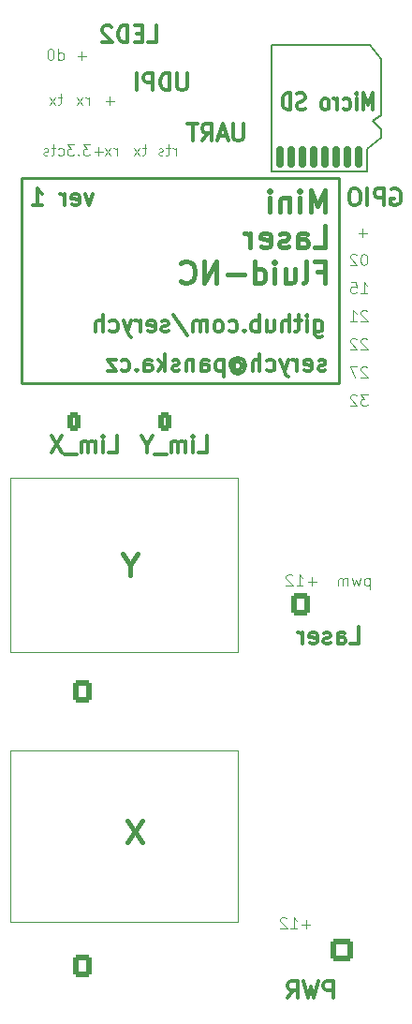
<source format=gbo>
G04 #@! TF.GenerationSoftware,KiCad,Pcbnew,9.0.5*
G04 #@! TF.CreationDate,2025-10-27T12:23:45+01:00*
G04 #@! TF.ProjectId,Laser_Electronics,4c617365-725f-4456-9c65-6374726f6e69,rev?*
G04 #@! TF.SameCoordinates,Original*
G04 #@! TF.FileFunction,Legend,Bot*
G04 #@! TF.FilePolarity,Positive*
%FSLAX46Y46*%
G04 Gerber Fmt 4.6, Leading zero omitted, Abs format (unit mm)*
G04 Created by KiCad (PCBNEW 9.0.5) date 2025-10-27 12:23:45*
%MOMM*%
%LPD*%
G01*
G04 APERTURE LIST*
G04 Aperture macros list*
%AMRoundRect*
0 Rectangle with rounded corners*
0 $1 Rounding radius*
0 $2 $3 $4 $5 $6 $7 $8 $9 X,Y pos of 4 corners*
0 Add a 4 corners polygon primitive as box body*
4,1,4,$2,$3,$4,$5,$6,$7,$8,$9,$2,$3,0*
0 Add four circle primitives for the rounded corners*
1,1,$1+$1,$2,$3*
1,1,$1+$1,$4,$5*
1,1,$1+$1,$6,$7*
1,1,$1+$1,$8,$9*
0 Add four rect primitives between the rounded corners*
20,1,$1+$1,$2,$3,$4,$5,0*
20,1,$1+$1,$4,$5,$6,$7,0*
20,1,$1+$1,$6,$7,$8,$9,0*
20,1,$1+$1,$8,$9,$2,$3,0*%
G04 Aperture macros list end*
%ADD10C,0.100000*%
%ADD11C,0.250000*%
%ADD12C,0.700000*%
%ADD13C,0.200000*%
%ADD14C,0.300000*%
%ADD15C,0.125000*%
%ADD16C,0.400000*%
%ADD17RoundRect,0.250000X-0.350000X-0.625000X0.350000X-0.625000X0.350000X0.625000X-0.350000X0.625000X0*%
%ADD18O,1.200000X1.750000*%
%ADD19R,1.700000X1.700000*%
%ADD20C,1.700000*%
%ADD21C,0.900000*%
%ADD22RoundRect,0.250000X-0.600000X-0.725000X0.600000X-0.725000X0.600000X0.725000X-0.600000X0.725000X0*%
%ADD23O,1.700000X1.950000*%
%ADD24C,5.600000*%
%ADD25R,1.600000X1.600000*%
%ADD26O,1.600000X1.600000*%
%ADD27RoundRect,0.250001X0.799999X0.799999X-0.799999X0.799999X-0.799999X-0.799999X0.799999X-0.799999X0*%
%ADD28C,2.100000*%
G04 APERTURE END LIST*
D10*
X112268000Y-122428000D02*
X132842000Y-122428000D01*
X132842000Y-137922000D01*
X112268000Y-137922000D01*
X112268000Y-122428000D01*
D11*
X113284000Y-70739000D02*
X141986000Y-70739000D01*
X141986000Y-89281000D01*
X113284000Y-89281000D01*
X113284000Y-70739000D01*
D12*
X142748000Y-68199000D02*
X142748000Y-69469000D01*
X140716000Y-68199000D02*
X140716000Y-69469000D01*
X136652000Y-68199000D02*
X136652000Y-69469000D01*
D13*
X135890000Y-70104000D02*
X135890000Y-58674000D01*
X144526000Y-70104000D02*
X135890000Y-70104000D01*
X145796000Y-67056000D02*
X144526000Y-68072000D01*
D12*
X137668000Y-68199000D02*
X137668000Y-69469000D01*
X138684000Y-68199000D02*
X138684000Y-69469000D01*
X141732000Y-68199000D02*
X141732000Y-69469000D01*
D13*
X144526000Y-68072000D02*
X144526000Y-70104000D01*
D12*
X139700000Y-68199000D02*
X139700000Y-69469000D01*
D10*
X112268000Y-97790000D02*
X132842000Y-97790000D01*
X132842000Y-113538000D01*
X112268000Y-113538000D01*
X112268000Y-97790000D01*
D13*
X145796000Y-66294000D02*
X145796000Y-67056000D01*
X145796000Y-65024000D02*
X145034000Y-65532000D01*
X135890000Y-58674000D02*
X144780000Y-58674000D01*
D12*
X143764000Y-68199000D02*
X143764000Y-69469000D01*
D13*
X145034000Y-65532000D02*
X145796000Y-66294000D01*
X144780000Y-58674000D02*
X145796000Y-59944000D01*
X145796000Y-59944000D02*
X145796000Y-65024000D01*
D14*
X121159203Y-95558828D02*
X121873489Y-95558828D01*
X121873489Y-95558828D02*
X121873489Y-94058828D01*
X120659203Y-95558828D02*
X120659203Y-94558828D01*
X120659203Y-94058828D02*
X120730631Y-94130257D01*
X120730631Y-94130257D02*
X120659203Y-94201685D01*
X120659203Y-94201685D02*
X120587774Y-94130257D01*
X120587774Y-94130257D02*
X120659203Y-94058828D01*
X120659203Y-94058828D02*
X120659203Y-94201685D01*
X119944917Y-95558828D02*
X119944917Y-94558828D01*
X119944917Y-94701685D02*
X119873488Y-94630257D01*
X119873488Y-94630257D02*
X119730631Y-94558828D01*
X119730631Y-94558828D02*
X119516345Y-94558828D01*
X119516345Y-94558828D02*
X119373488Y-94630257D01*
X119373488Y-94630257D02*
X119302060Y-94773114D01*
X119302060Y-94773114D02*
X119302060Y-95558828D01*
X119302060Y-94773114D02*
X119230631Y-94630257D01*
X119230631Y-94630257D02*
X119087774Y-94558828D01*
X119087774Y-94558828D02*
X118873488Y-94558828D01*
X118873488Y-94558828D02*
X118730631Y-94630257D01*
X118730631Y-94630257D02*
X118659202Y-94773114D01*
X118659202Y-94773114D02*
X118659202Y-95558828D01*
X118302060Y-95701685D02*
X117159202Y-95701685D01*
X116944917Y-94058828D02*
X115944917Y-95558828D01*
X115944917Y-94058828D02*
X116944917Y-95558828D01*
D10*
X116615544Y-68658800D02*
X116710782Y-68706419D01*
X116710782Y-68706419D02*
X116901258Y-68706419D01*
X116901258Y-68706419D02*
X116996496Y-68658800D01*
X116996496Y-68658800D02*
X117044115Y-68611180D01*
X117044115Y-68611180D02*
X117091734Y-68515942D01*
X117091734Y-68515942D02*
X117091734Y-68230228D01*
X117091734Y-68230228D02*
X117044115Y-68134990D01*
X117044115Y-68134990D02*
X116996496Y-68087371D01*
X116996496Y-68087371D02*
X116901258Y-68039752D01*
X116901258Y-68039752D02*
X116710782Y-68039752D01*
X116710782Y-68039752D02*
X116615544Y-68087371D01*
X116329829Y-68039752D02*
X115948877Y-68039752D01*
X116186972Y-67706419D02*
X116186972Y-68563561D01*
X116186972Y-68563561D02*
X116139353Y-68658800D01*
X116139353Y-68658800D02*
X116044115Y-68706419D01*
X116044115Y-68706419D02*
X115948877Y-68706419D01*
X115663162Y-68658800D02*
X115567924Y-68706419D01*
X115567924Y-68706419D02*
X115377448Y-68706419D01*
X115377448Y-68706419D02*
X115282210Y-68658800D01*
X115282210Y-68658800D02*
X115234591Y-68563561D01*
X115234591Y-68563561D02*
X115234591Y-68515942D01*
X115234591Y-68515942D02*
X115282210Y-68420704D01*
X115282210Y-68420704D02*
X115377448Y-68373085D01*
X115377448Y-68373085D02*
X115520305Y-68373085D01*
X115520305Y-68373085D02*
X115615543Y-68325466D01*
X115615543Y-68325466D02*
X115663162Y-68230228D01*
X115663162Y-68230228D02*
X115663162Y-68182609D01*
X115663162Y-68182609D02*
X115615543Y-68087371D01*
X115615543Y-68087371D02*
X115520305Y-68039752D01*
X115520305Y-68039752D02*
X115377448Y-68039752D01*
X115377448Y-68039752D02*
X115282210Y-68087371D01*
D15*
X139379668Y-138174166D02*
X138617764Y-138174166D01*
X138998716Y-138555119D02*
X138998716Y-137793214D01*
X137617764Y-138555119D02*
X138189192Y-138555119D01*
X137903478Y-138555119D02*
X137903478Y-137555119D01*
X137903478Y-137555119D02*
X137998716Y-137697976D01*
X137998716Y-137697976D02*
X138093954Y-137793214D01*
X138093954Y-137793214D02*
X138189192Y-137840833D01*
X137236811Y-137650357D02*
X137189192Y-137602738D01*
X137189192Y-137602738D02*
X137093954Y-137555119D01*
X137093954Y-137555119D02*
X136855859Y-137555119D01*
X136855859Y-137555119D02*
X136760621Y-137602738D01*
X136760621Y-137602738D02*
X136713002Y-137650357D01*
X136713002Y-137650357D02*
X136665383Y-137745595D01*
X136665383Y-137745595D02*
X136665383Y-137840833D01*
X136665383Y-137840833D02*
X136713002Y-137983690D01*
X136713002Y-137983690D02*
X137284430Y-138555119D01*
X137284430Y-138555119D02*
X136665383Y-138555119D01*
D16*
X140738652Y-73812662D02*
X140738652Y-71812662D01*
X140738652Y-71812662D02*
X140071985Y-73241233D01*
X140071985Y-73241233D02*
X139405319Y-71812662D01*
X139405319Y-71812662D02*
X139405319Y-73812662D01*
X138452938Y-73812662D02*
X138452938Y-72479328D01*
X138452938Y-71812662D02*
X138548176Y-71907900D01*
X138548176Y-71907900D02*
X138452938Y-72003138D01*
X138452938Y-72003138D02*
X138357700Y-71907900D01*
X138357700Y-71907900D02*
X138452938Y-71812662D01*
X138452938Y-71812662D02*
X138452938Y-72003138D01*
X137500557Y-72479328D02*
X137500557Y-73812662D01*
X137500557Y-72669804D02*
X137405319Y-72574566D01*
X137405319Y-72574566D02*
X137214843Y-72479328D01*
X137214843Y-72479328D02*
X136929128Y-72479328D01*
X136929128Y-72479328D02*
X136738652Y-72574566D01*
X136738652Y-72574566D02*
X136643414Y-72765043D01*
X136643414Y-72765043D02*
X136643414Y-73812662D01*
X135691033Y-73812662D02*
X135691033Y-72479328D01*
X135691033Y-71812662D02*
X135786271Y-71907900D01*
X135786271Y-71907900D02*
X135691033Y-72003138D01*
X135691033Y-72003138D02*
X135595795Y-71907900D01*
X135595795Y-71907900D02*
X135691033Y-71812662D01*
X135691033Y-71812662D02*
X135691033Y-72003138D01*
X139786271Y-77032550D02*
X140738652Y-77032550D01*
X140738652Y-77032550D02*
X140738652Y-75032550D01*
X138262461Y-77032550D02*
X138262461Y-75984931D01*
X138262461Y-75984931D02*
X138357699Y-75794454D01*
X138357699Y-75794454D02*
X138548175Y-75699216D01*
X138548175Y-75699216D02*
X138929128Y-75699216D01*
X138929128Y-75699216D02*
X139119604Y-75794454D01*
X138262461Y-76937312D02*
X138452937Y-77032550D01*
X138452937Y-77032550D02*
X138929128Y-77032550D01*
X138929128Y-77032550D02*
X139119604Y-76937312D01*
X139119604Y-76937312D02*
X139214842Y-76746835D01*
X139214842Y-76746835D02*
X139214842Y-76556359D01*
X139214842Y-76556359D02*
X139119604Y-76365883D01*
X139119604Y-76365883D02*
X138929128Y-76270645D01*
X138929128Y-76270645D02*
X138452937Y-76270645D01*
X138452937Y-76270645D02*
X138262461Y-76175407D01*
X137405318Y-76937312D02*
X137214842Y-77032550D01*
X137214842Y-77032550D02*
X136833890Y-77032550D01*
X136833890Y-77032550D02*
X136643413Y-76937312D01*
X136643413Y-76937312D02*
X136548175Y-76746835D01*
X136548175Y-76746835D02*
X136548175Y-76651597D01*
X136548175Y-76651597D02*
X136643413Y-76461121D01*
X136643413Y-76461121D02*
X136833890Y-76365883D01*
X136833890Y-76365883D02*
X137119604Y-76365883D01*
X137119604Y-76365883D02*
X137310080Y-76270645D01*
X137310080Y-76270645D02*
X137405318Y-76080169D01*
X137405318Y-76080169D02*
X137405318Y-75984931D01*
X137405318Y-75984931D02*
X137310080Y-75794454D01*
X137310080Y-75794454D02*
X137119604Y-75699216D01*
X137119604Y-75699216D02*
X136833890Y-75699216D01*
X136833890Y-75699216D02*
X136643413Y-75794454D01*
X134929127Y-76937312D02*
X135119603Y-77032550D01*
X135119603Y-77032550D02*
X135500556Y-77032550D01*
X135500556Y-77032550D02*
X135691032Y-76937312D01*
X135691032Y-76937312D02*
X135786270Y-76746835D01*
X135786270Y-76746835D02*
X135786270Y-75984931D01*
X135786270Y-75984931D02*
X135691032Y-75794454D01*
X135691032Y-75794454D02*
X135500556Y-75699216D01*
X135500556Y-75699216D02*
X135119603Y-75699216D01*
X135119603Y-75699216D02*
X134929127Y-75794454D01*
X134929127Y-75794454D02*
X134833889Y-75984931D01*
X134833889Y-75984931D02*
X134833889Y-76175407D01*
X134833889Y-76175407D02*
X135786270Y-76365883D01*
X133976746Y-77032550D02*
X133976746Y-75699216D01*
X133976746Y-76080169D02*
X133881508Y-75889692D01*
X133881508Y-75889692D02*
X133786270Y-75794454D01*
X133786270Y-75794454D02*
X133595794Y-75699216D01*
X133595794Y-75699216D02*
X133405317Y-75699216D01*
X140071985Y-79204819D02*
X140738652Y-79204819D01*
X140738652Y-80252438D02*
X140738652Y-78252438D01*
X140738652Y-78252438D02*
X139786271Y-78252438D01*
X138738652Y-80252438D02*
X138929128Y-80157200D01*
X138929128Y-80157200D02*
X139024366Y-79966723D01*
X139024366Y-79966723D02*
X139024366Y-78252438D01*
X137119604Y-78919104D02*
X137119604Y-80252438D01*
X137976747Y-78919104D02*
X137976747Y-79966723D01*
X137976747Y-79966723D02*
X137881509Y-80157200D01*
X137881509Y-80157200D02*
X137691033Y-80252438D01*
X137691033Y-80252438D02*
X137405318Y-80252438D01*
X137405318Y-80252438D02*
X137214842Y-80157200D01*
X137214842Y-80157200D02*
X137119604Y-80061961D01*
X136167223Y-80252438D02*
X136167223Y-78919104D01*
X136167223Y-78252438D02*
X136262461Y-78347676D01*
X136262461Y-78347676D02*
X136167223Y-78442914D01*
X136167223Y-78442914D02*
X136071985Y-78347676D01*
X136071985Y-78347676D02*
X136167223Y-78252438D01*
X136167223Y-78252438D02*
X136167223Y-78442914D01*
X134357699Y-80252438D02*
X134357699Y-78252438D01*
X134357699Y-80157200D02*
X134548175Y-80252438D01*
X134548175Y-80252438D02*
X134929128Y-80252438D01*
X134929128Y-80252438D02*
X135119604Y-80157200D01*
X135119604Y-80157200D02*
X135214842Y-80061961D01*
X135214842Y-80061961D02*
X135310080Y-79871485D01*
X135310080Y-79871485D02*
X135310080Y-79300057D01*
X135310080Y-79300057D02*
X135214842Y-79109580D01*
X135214842Y-79109580D02*
X135119604Y-79014342D01*
X135119604Y-79014342D02*
X134929128Y-78919104D01*
X134929128Y-78919104D02*
X134548175Y-78919104D01*
X134548175Y-78919104D02*
X134357699Y-79014342D01*
X133405318Y-79490533D02*
X131881509Y-79490533D01*
X130929128Y-80252438D02*
X130929128Y-78252438D01*
X130929128Y-78252438D02*
X129786271Y-80252438D01*
X129786271Y-80252438D02*
X129786271Y-78252438D01*
X127691033Y-80061961D02*
X127786271Y-80157200D01*
X127786271Y-80157200D02*
X128071985Y-80252438D01*
X128071985Y-80252438D02*
X128262461Y-80252438D01*
X128262461Y-80252438D02*
X128548176Y-80157200D01*
X128548176Y-80157200D02*
X128738652Y-79966723D01*
X128738652Y-79966723D02*
X128833890Y-79776247D01*
X128833890Y-79776247D02*
X128929128Y-79395295D01*
X128929128Y-79395295D02*
X128929128Y-79109580D01*
X128929128Y-79109580D02*
X128833890Y-78728628D01*
X128833890Y-78728628D02*
X128738652Y-78538152D01*
X128738652Y-78538152D02*
X128548176Y-78347676D01*
X128548176Y-78347676D02*
X128262461Y-78252438D01*
X128262461Y-78252438D02*
X128071985Y-78252438D01*
X128071985Y-78252438D02*
X127786271Y-78347676D01*
X127786271Y-78347676D02*
X127691033Y-78442914D01*
D10*
X144523734Y-85327657D02*
X144476115Y-85280038D01*
X144476115Y-85280038D02*
X144380877Y-85232419D01*
X144380877Y-85232419D02*
X144142782Y-85232419D01*
X144142782Y-85232419D02*
X144047544Y-85280038D01*
X144047544Y-85280038D02*
X143999925Y-85327657D01*
X143999925Y-85327657D02*
X143952306Y-85422895D01*
X143952306Y-85422895D02*
X143952306Y-85518133D01*
X143952306Y-85518133D02*
X143999925Y-85660990D01*
X143999925Y-85660990D02*
X144571353Y-86232419D01*
X144571353Y-86232419D02*
X143952306Y-86232419D01*
X143571353Y-85327657D02*
X143523734Y-85280038D01*
X143523734Y-85280038D02*
X143428496Y-85232419D01*
X143428496Y-85232419D02*
X143190401Y-85232419D01*
X143190401Y-85232419D02*
X143095163Y-85280038D01*
X143095163Y-85280038D02*
X143047544Y-85327657D01*
X143047544Y-85327657D02*
X142999925Y-85422895D01*
X142999925Y-85422895D02*
X142999925Y-85518133D01*
X142999925Y-85518133D02*
X143047544Y-85660990D01*
X143047544Y-85660990D02*
X143618972Y-86232419D01*
X143618972Y-86232419D02*
X142999925Y-86232419D01*
X144285639Y-77612419D02*
X144190401Y-77612419D01*
X144190401Y-77612419D02*
X144095163Y-77660038D01*
X144095163Y-77660038D02*
X144047544Y-77707657D01*
X144047544Y-77707657D02*
X143999925Y-77802895D01*
X143999925Y-77802895D02*
X143952306Y-77993371D01*
X143952306Y-77993371D02*
X143952306Y-78231466D01*
X143952306Y-78231466D02*
X143999925Y-78421942D01*
X143999925Y-78421942D02*
X144047544Y-78517180D01*
X144047544Y-78517180D02*
X144095163Y-78564800D01*
X144095163Y-78564800D02*
X144190401Y-78612419D01*
X144190401Y-78612419D02*
X144285639Y-78612419D01*
X144285639Y-78612419D02*
X144380877Y-78564800D01*
X144380877Y-78564800D02*
X144428496Y-78517180D01*
X144428496Y-78517180D02*
X144476115Y-78421942D01*
X144476115Y-78421942D02*
X144523734Y-78231466D01*
X144523734Y-78231466D02*
X144523734Y-77993371D01*
X144523734Y-77993371D02*
X144476115Y-77802895D01*
X144476115Y-77802895D02*
X144428496Y-77707657D01*
X144428496Y-77707657D02*
X144380877Y-77660038D01*
X144380877Y-77660038D02*
X144285639Y-77612419D01*
X143571353Y-77707657D02*
X143523734Y-77660038D01*
X143523734Y-77660038D02*
X143428496Y-77612419D01*
X143428496Y-77612419D02*
X143190401Y-77612419D01*
X143190401Y-77612419D02*
X143095163Y-77660038D01*
X143095163Y-77660038D02*
X143047544Y-77707657D01*
X143047544Y-77707657D02*
X142999925Y-77802895D01*
X142999925Y-77802895D02*
X142999925Y-77898133D01*
X142999925Y-77898133D02*
X143047544Y-78040990D01*
X143047544Y-78040990D02*
X143618972Y-78612419D01*
X143618972Y-78612419D02*
X142999925Y-78612419D01*
D14*
X143003203Y-112830828D02*
X143717489Y-112830828D01*
X143717489Y-112830828D02*
X143717489Y-111330828D01*
X141860346Y-112830828D02*
X141860346Y-112045114D01*
X141860346Y-112045114D02*
X141931774Y-111902257D01*
X141931774Y-111902257D02*
X142074631Y-111830828D01*
X142074631Y-111830828D02*
X142360346Y-111830828D01*
X142360346Y-111830828D02*
X142503203Y-111902257D01*
X141860346Y-112759400D02*
X142003203Y-112830828D01*
X142003203Y-112830828D02*
X142360346Y-112830828D01*
X142360346Y-112830828D02*
X142503203Y-112759400D01*
X142503203Y-112759400D02*
X142574631Y-112616542D01*
X142574631Y-112616542D02*
X142574631Y-112473685D01*
X142574631Y-112473685D02*
X142503203Y-112330828D01*
X142503203Y-112330828D02*
X142360346Y-112259400D01*
X142360346Y-112259400D02*
X142003203Y-112259400D01*
X142003203Y-112259400D02*
X141860346Y-112187971D01*
X141217488Y-112759400D02*
X141074631Y-112830828D01*
X141074631Y-112830828D02*
X140788917Y-112830828D01*
X140788917Y-112830828D02*
X140646060Y-112759400D01*
X140646060Y-112759400D02*
X140574631Y-112616542D01*
X140574631Y-112616542D02*
X140574631Y-112545114D01*
X140574631Y-112545114D02*
X140646060Y-112402257D01*
X140646060Y-112402257D02*
X140788917Y-112330828D01*
X140788917Y-112330828D02*
X141003203Y-112330828D01*
X141003203Y-112330828D02*
X141146060Y-112259400D01*
X141146060Y-112259400D02*
X141217488Y-112116542D01*
X141217488Y-112116542D02*
X141217488Y-112045114D01*
X141217488Y-112045114D02*
X141146060Y-111902257D01*
X141146060Y-111902257D02*
X141003203Y-111830828D01*
X141003203Y-111830828D02*
X140788917Y-111830828D01*
X140788917Y-111830828D02*
X140646060Y-111902257D01*
X139360345Y-112759400D02*
X139503202Y-112830828D01*
X139503202Y-112830828D02*
X139788917Y-112830828D01*
X139788917Y-112830828D02*
X139931774Y-112759400D01*
X139931774Y-112759400D02*
X140003202Y-112616542D01*
X140003202Y-112616542D02*
X140003202Y-112045114D01*
X140003202Y-112045114D02*
X139931774Y-111902257D01*
X139931774Y-111902257D02*
X139788917Y-111830828D01*
X139788917Y-111830828D02*
X139503202Y-111830828D01*
X139503202Y-111830828D02*
X139360345Y-111902257D01*
X139360345Y-111902257D02*
X139288917Y-112045114D01*
X139288917Y-112045114D02*
X139288917Y-112187971D01*
X139288917Y-112187971D02*
X140003202Y-112330828D01*
X138646060Y-112830828D02*
X138646060Y-111830828D01*
X138646060Y-112116542D02*
X138574631Y-111973685D01*
X138574631Y-111973685D02*
X138503203Y-111902257D01*
X138503203Y-111902257D02*
X138360345Y-111830828D01*
X138360345Y-111830828D02*
X138217488Y-111830828D01*
D10*
X144476115Y-75691466D02*
X143714211Y-75691466D01*
X144095163Y-76072419D02*
X144095163Y-75310514D01*
D14*
X124715203Y-58474828D02*
X125429489Y-58474828D01*
X125429489Y-58474828D02*
X125429489Y-56974828D01*
X124215203Y-57689114D02*
X123715203Y-57689114D01*
X123500917Y-58474828D02*
X124215203Y-58474828D01*
X124215203Y-58474828D02*
X124215203Y-56974828D01*
X124215203Y-56974828D02*
X123500917Y-56974828D01*
X122858060Y-58474828D02*
X122858060Y-56974828D01*
X122858060Y-56974828D02*
X122500917Y-56974828D01*
X122500917Y-56974828D02*
X122286631Y-57046257D01*
X122286631Y-57046257D02*
X122143774Y-57189114D01*
X122143774Y-57189114D02*
X122072345Y-57331971D01*
X122072345Y-57331971D02*
X122000917Y-57617685D01*
X122000917Y-57617685D02*
X122000917Y-57831971D01*
X122000917Y-57831971D02*
X122072345Y-58117685D01*
X122072345Y-58117685D02*
X122143774Y-58260542D01*
X122143774Y-58260542D02*
X122286631Y-58403400D01*
X122286631Y-58403400D02*
X122500917Y-58474828D01*
X122500917Y-58474828D02*
X122858060Y-58474828D01*
X121429488Y-57117685D02*
X121358060Y-57046257D01*
X121358060Y-57046257D02*
X121215203Y-56974828D01*
X121215203Y-56974828D02*
X120858060Y-56974828D01*
X120858060Y-56974828D02*
X120715203Y-57046257D01*
X120715203Y-57046257D02*
X120643774Y-57117685D01*
X120643774Y-57117685D02*
X120572345Y-57260542D01*
X120572345Y-57260542D02*
X120572345Y-57403400D01*
X120572345Y-57403400D02*
X120643774Y-57617685D01*
X120643774Y-57617685D02*
X121500917Y-58474828D01*
X121500917Y-58474828D02*
X120572345Y-58474828D01*
D10*
X144523734Y-87867657D02*
X144476115Y-87820038D01*
X144476115Y-87820038D02*
X144380877Y-87772419D01*
X144380877Y-87772419D02*
X144142782Y-87772419D01*
X144142782Y-87772419D02*
X144047544Y-87820038D01*
X144047544Y-87820038D02*
X143999925Y-87867657D01*
X143999925Y-87867657D02*
X143952306Y-87962895D01*
X143952306Y-87962895D02*
X143952306Y-88058133D01*
X143952306Y-88058133D02*
X143999925Y-88200990D01*
X143999925Y-88200990D02*
X144571353Y-88772419D01*
X144571353Y-88772419D02*
X143952306Y-88772419D01*
X143618972Y-87772419D02*
X142952306Y-87772419D01*
X142952306Y-87772419D02*
X143380877Y-88772419D01*
X116932972Y-63467752D02*
X116552020Y-63467752D01*
X116790115Y-63134419D02*
X116790115Y-63991561D01*
X116790115Y-63991561D02*
X116742496Y-64086800D01*
X116742496Y-64086800D02*
X116647258Y-64134419D01*
X116647258Y-64134419D02*
X116552020Y-64134419D01*
X116313924Y-64134419D02*
X115790115Y-63467752D01*
X116313924Y-63467752D02*
X115790115Y-64134419D01*
X144523734Y-82787657D02*
X144476115Y-82740038D01*
X144476115Y-82740038D02*
X144380877Y-82692419D01*
X144380877Y-82692419D02*
X144142782Y-82692419D01*
X144142782Y-82692419D02*
X144047544Y-82740038D01*
X144047544Y-82740038D02*
X143999925Y-82787657D01*
X143999925Y-82787657D02*
X143952306Y-82882895D01*
X143952306Y-82882895D02*
X143952306Y-82978133D01*
X143952306Y-82978133D02*
X143999925Y-83120990D01*
X143999925Y-83120990D02*
X144571353Y-83692419D01*
X144571353Y-83692419D02*
X143952306Y-83692419D01*
X142999925Y-83692419D02*
X143571353Y-83692419D01*
X143285639Y-83692419D02*
X143285639Y-82692419D01*
X143285639Y-82692419D02*
X143380877Y-82835276D01*
X143380877Y-82835276D02*
X143476115Y-82930514D01*
X143476115Y-82930514D02*
X143571353Y-82978133D01*
D16*
X124165128Y-128798438D02*
X122831795Y-130798438D01*
X122831795Y-128798438D02*
X124165128Y-130798438D01*
D10*
X144730115Y-106901752D02*
X144730115Y-107901752D01*
X144730115Y-106949371D02*
X144634877Y-106901752D01*
X144634877Y-106901752D02*
X144444401Y-106901752D01*
X144444401Y-106901752D02*
X144349163Y-106949371D01*
X144349163Y-106949371D02*
X144301544Y-106996990D01*
X144301544Y-106996990D02*
X144253925Y-107092228D01*
X144253925Y-107092228D02*
X144253925Y-107377942D01*
X144253925Y-107377942D02*
X144301544Y-107473180D01*
X144301544Y-107473180D02*
X144349163Y-107520800D01*
X144349163Y-107520800D02*
X144444401Y-107568419D01*
X144444401Y-107568419D02*
X144634877Y-107568419D01*
X144634877Y-107568419D02*
X144730115Y-107520800D01*
X143920591Y-106901752D02*
X143730115Y-107568419D01*
X143730115Y-107568419D02*
X143539639Y-107092228D01*
X143539639Y-107092228D02*
X143349163Y-107568419D01*
X143349163Y-107568419D02*
X143158687Y-106901752D01*
X142777734Y-107568419D02*
X142777734Y-106901752D01*
X142777734Y-106996990D02*
X142730115Y-106949371D01*
X142730115Y-106949371D02*
X142634877Y-106901752D01*
X142634877Y-106901752D02*
X142492020Y-106901752D01*
X142492020Y-106901752D02*
X142396782Y-106949371D01*
X142396782Y-106949371D02*
X142349163Y-107044609D01*
X142349163Y-107044609D02*
X142349163Y-107568419D01*
X142349163Y-107044609D02*
X142301544Y-106949371D01*
X142301544Y-106949371D02*
X142206306Y-106901752D01*
X142206306Y-106901752D02*
X142063449Y-106901752D01*
X142063449Y-106901752D02*
X141968210Y-106949371D01*
X141968210Y-106949371D02*
X141920591Y-107044609D01*
X141920591Y-107044609D02*
X141920591Y-107568419D01*
D14*
X128223489Y-61292828D02*
X128223489Y-62507114D01*
X128223489Y-62507114D02*
X128152060Y-62649971D01*
X128152060Y-62649971D02*
X128080632Y-62721400D01*
X128080632Y-62721400D02*
X127937774Y-62792828D01*
X127937774Y-62792828D02*
X127652060Y-62792828D01*
X127652060Y-62792828D02*
X127509203Y-62721400D01*
X127509203Y-62721400D02*
X127437774Y-62649971D01*
X127437774Y-62649971D02*
X127366346Y-62507114D01*
X127366346Y-62507114D02*
X127366346Y-61292828D01*
X126652060Y-62792828D02*
X126652060Y-61292828D01*
X126652060Y-61292828D02*
X126294917Y-61292828D01*
X126294917Y-61292828D02*
X126080631Y-61364257D01*
X126080631Y-61364257D02*
X125937774Y-61507114D01*
X125937774Y-61507114D02*
X125866345Y-61649971D01*
X125866345Y-61649971D02*
X125794917Y-61935685D01*
X125794917Y-61935685D02*
X125794917Y-62149971D01*
X125794917Y-62149971D02*
X125866345Y-62435685D01*
X125866345Y-62435685D02*
X125937774Y-62578542D01*
X125937774Y-62578542D02*
X126080631Y-62721400D01*
X126080631Y-62721400D02*
X126294917Y-62792828D01*
X126294917Y-62792828D02*
X126652060Y-62792828D01*
X125152060Y-62792828D02*
X125152060Y-61292828D01*
X125152060Y-61292828D02*
X124580631Y-61292828D01*
X124580631Y-61292828D02*
X124437774Y-61364257D01*
X124437774Y-61364257D02*
X124366345Y-61435685D01*
X124366345Y-61435685D02*
X124294917Y-61578542D01*
X124294917Y-61578542D02*
X124294917Y-61792828D01*
X124294917Y-61792828D02*
X124366345Y-61935685D01*
X124366345Y-61935685D02*
X124437774Y-62007114D01*
X124437774Y-62007114D02*
X124580631Y-62078542D01*
X124580631Y-62078542D02*
X125152060Y-62078542D01*
X123652060Y-62792828D02*
X123652060Y-61292828D01*
D16*
X123085700Y-105716057D02*
X123085700Y-106668438D01*
X123752366Y-104668438D02*
X123085700Y-105716057D01*
X123085700Y-105716057D02*
X122419033Y-104668438D01*
D10*
X119330115Y-64134419D02*
X119330115Y-63467752D01*
X119330115Y-63658228D02*
X119282496Y-63562990D01*
X119282496Y-63562990D02*
X119234877Y-63515371D01*
X119234877Y-63515371D02*
X119139639Y-63467752D01*
X119139639Y-63467752D02*
X119044401Y-63467752D01*
X118806305Y-64134419D02*
X118282496Y-63467752D01*
X118806305Y-63467752D02*
X118282496Y-64134419D01*
D14*
X145035108Y-64570828D02*
X145035108Y-63070828D01*
X145035108Y-63070828D02*
X144601774Y-64142257D01*
X144601774Y-64142257D02*
X144168441Y-63070828D01*
X144168441Y-63070828D02*
X144168441Y-64570828D01*
X143549394Y-64570828D02*
X143549394Y-63570828D01*
X143549394Y-63070828D02*
X143611298Y-63142257D01*
X143611298Y-63142257D02*
X143549394Y-63213685D01*
X143549394Y-63213685D02*
X143487489Y-63142257D01*
X143487489Y-63142257D02*
X143549394Y-63070828D01*
X143549394Y-63070828D02*
X143549394Y-63213685D01*
X142373203Y-64499400D02*
X142497012Y-64570828D01*
X142497012Y-64570828D02*
X142744631Y-64570828D01*
X142744631Y-64570828D02*
X142868441Y-64499400D01*
X142868441Y-64499400D02*
X142930346Y-64427971D01*
X142930346Y-64427971D02*
X142992250Y-64285114D01*
X142992250Y-64285114D02*
X142992250Y-63856542D01*
X142992250Y-63856542D02*
X142930346Y-63713685D01*
X142930346Y-63713685D02*
X142868441Y-63642257D01*
X142868441Y-63642257D02*
X142744631Y-63570828D01*
X142744631Y-63570828D02*
X142497012Y-63570828D01*
X142497012Y-63570828D02*
X142373203Y-63642257D01*
X141816060Y-64570828D02*
X141816060Y-63570828D01*
X141816060Y-63856542D02*
X141754155Y-63713685D01*
X141754155Y-63713685D02*
X141692250Y-63642257D01*
X141692250Y-63642257D02*
X141568441Y-63570828D01*
X141568441Y-63570828D02*
X141444631Y-63570828D01*
X140825583Y-64570828D02*
X140949393Y-64499400D01*
X140949393Y-64499400D02*
X141011298Y-64427971D01*
X141011298Y-64427971D02*
X141073202Y-64285114D01*
X141073202Y-64285114D02*
X141073202Y-63856542D01*
X141073202Y-63856542D02*
X141011298Y-63713685D01*
X141011298Y-63713685D02*
X140949393Y-63642257D01*
X140949393Y-63642257D02*
X140825583Y-63570828D01*
X140825583Y-63570828D02*
X140639869Y-63570828D01*
X140639869Y-63570828D02*
X140516060Y-63642257D01*
X140516060Y-63642257D02*
X140454155Y-63713685D01*
X140454155Y-63713685D02*
X140392250Y-63856542D01*
X140392250Y-63856542D02*
X140392250Y-64285114D01*
X140392250Y-64285114D02*
X140454155Y-64427971D01*
X140454155Y-64427971D02*
X140516060Y-64499400D01*
X140516060Y-64499400D02*
X140639869Y-64570828D01*
X140639869Y-64570828D02*
X140825583Y-64570828D01*
X138906536Y-64499400D02*
X138720822Y-64570828D01*
X138720822Y-64570828D02*
X138411298Y-64570828D01*
X138411298Y-64570828D02*
X138287489Y-64499400D01*
X138287489Y-64499400D02*
X138225584Y-64427971D01*
X138225584Y-64427971D02*
X138163679Y-64285114D01*
X138163679Y-64285114D02*
X138163679Y-64142257D01*
X138163679Y-64142257D02*
X138225584Y-63999400D01*
X138225584Y-63999400D02*
X138287489Y-63927971D01*
X138287489Y-63927971D02*
X138411298Y-63856542D01*
X138411298Y-63856542D02*
X138658917Y-63785114D01*
X138658917Y-63785114D02*
X138782727Y-63713685D01*
X138782727Y-63713685D02*
X138844632Y-63642257D01*
X138844632Y-63642257D02*
X138906536Y-63499400D01*
X138906536Y-63499400D02*
X138906536Y-63356542D01*
X138906536Y-63356542D02*
X138844632Y-63213685D01*
X138844632Y-63213685D02*
X138782727Y-63142257D01*
X138782727Y-63142257D02*
X138658917Y-63070828D01*
X138658917Y-63070828D02*
X138349394Y-63070828D01*
X138349394Y-63070828D02*
X138163679Y-63142257D01*
X137606537Y-64570828D02*
X137606537Y-63070828D01*
X137606537Y-63070828D02*
X137297013Y-63070828D01*
X137297013Y-63070828D02*
X137111299Y-63142257D01*
X137111299Y-63142257D02*
X136987489Y-63285114D01*
X136987489Y-63285114D02*
X136925584Y-63427971D01*
X136925584Y-63427971D02*
X136863680Y-63713685D01*
X136863680Y-63713685D02*
X136863680Y-63927971D01*
X136863680Y-63927971D02*
X136925584Y-64213685D01*
X136925584Y-64213685D02*
X136987489Y-64356542D01*
X136987489Y-64356542D02*
X137111299Y-64499400D01*
X137111299Y-64499400D02*
X137297013Y-64570828D01*
X137297013Y-64570828D02*
X137606537Y-64570828D01*
X140740917Y-88121400D02*
X140598060Y-88192828D01*
X140598060Y-88192828D02*
X140312346Y-88192828D01*
X140312346Y-88192828D02*
X140169489Y-88121400D01*
X140169489Y-88121400D02*
X140098060Y-87978542D01*
X140098060Y-87978542D02*
X140098060Y-87907114D01*
X140098060Y-87907114D02*
X140169489Y-87764257D01*
X140169489Y-87764257D02*
X140312346Y-87692828D01*
X140312346Y-87692828D02*
X140526632Y-87692828D01*
X140526632Y-87692828D02*
X140669489Y-87621400D01*
X140669489Y-87621400D02*
X140740917Y-87478542D01*
X140740917Y-87478542D02*
X140740917Y-87407114D01*
X140740917Y-87407114D02*
X140669489Y-87264257D01*
X140669489Y-87264257D02*
X140526632Y-87192828D01*
X140526632Y-87192828D02*
X140312346Y-87192828D01*
X140312346Y-87192828D02*
X140169489Y-87264257D01*
X138883774Y-88121400D02*
X139026631Y-88192828D01*
X139026631Y-88192828D02*
X139312346Y-88192828D01*
X139312346Y-88192828D02*
X139455203Y-88121400D01*
X139455203Y-88121400D02*
X139526631Y-87978542D01*
X139526631Y-87978542D02*
X139526631Y-87407114D01*
X139526631Y-87407114D02*
X139455203Y-87264257D01*
X139455203Y-87264257D02*
X139312346Y-87192828D01*
X139312346Y-87192828D02*
X139026631Y-87192828D01*
X139026631Y-87192828D02*
X138883774Y-87264257D01*
X138883774Y-87264257D02*
X138812346Y-87407114D01*
X138812346Y-87407114D02*
X138812346Y-87549971D01*
X138812346Y-87549971D02*
X139526631Y-87692828D01*
X138169489Y-88192828D02*
X138169489Y-87192828D01*
X138169489Y-87478542D02*
X138098060Y-87335685D01*
X138098060Y-87335685D02*
X138026632Y-87264257D01*
X138026632Y-87264257D02*
X137883774Y-87192828D01*
X137883774Y-87192828D02*
X137740917Y-87192828D01*
X137383775Y-87192828D02*
X137026632Y-88192828D01*
X136669489Y-87192828D02*
X137026632Y-88192828D01*
X137026632Y-88192828D02*
X137169489Y-88549971D01*
X137169489Y-88549971D02*
X137240918Y-88621400D01*
X137240918Y-88621400D02*
X137383775Y-88692828D01*
X135455204Y-88121400D02*
X135598061Y-88192828D01*
X135598061Y-88192828D02*
X135883775Y-88192828D01*
X135883775Y-88192828D02*
X136026632Y-88121400D01*
X136026632Y-88121400D02*
X136098061Y-88049971D01*
X136098061Y-88049971D02*
X136169489Y-87907114D01*
X136169489Y-87907114D02*
X136169489Y-87478542D01*
X136169489Y-87478542D02*
X136098061Y-87335685D01*
X136098061Y-87335685D02*
X136026632Y-87264257D01*
X136026632Y-87264257D02*
X135883775Y-87192828D01*
X135883775Y-87192828D02*
X135598061Y-87192828D01*
X135598061Y-87192828D02*
X135455204Y-87264257D01*
X134812347Y-88192828D02*
X134812347Y-86692828D01*
X134169490Y-88192828D02*
X134169490Y-87407114D01*
X134169490Y-87407114D02*
X134240918Y-87264257D01*
X134240918Y-87264257D02*
X134383775Y-87192828D01*
X134383775Y-87192828D02*
X134598061Y-87192828D01*
X134598061Y-87192828D02*
X134740918Y-87264257D01*
X134740918Y-87264257D02*
X134812347Y-87335685D01*
X132526632Y-87478542D02*
X132598061Y-87407114D01*
X132598061Y-87407114D02*
X132740918Y-87335685D01*
X132740918Y-87335685D02*
X132883775Y-87335685D01*
X132883775Y-87335685D02*
X133026632Y-87407114D01*
X133026632Y-87407114D02*
X133098061Y-87478542D01*
X133098061Y-87478542D02*
X133169489Y-87621400D01*
X133169489Y-87621400D02*
X133169489Y-87764257D01*
X133169489Y-87764257D02*
X133098061Y-87907114D01*
X133098061Y-87907114D02*
X133026632Y-87978542D01*
X133026632Y-87978542D02*
X132883775Y-88049971D01*
X132883775Y-88049971D02*
X132740918Y-88049971D01*
X132740918Y-88049971D02*
X132598061Y-87978542D01*
X132598061Y-87978542D02*
X132526632Y-87907114D01*
X132526632Y-87335685D02*
X132526632Y-87907114D01*
X132526632Y-87907114D02*
X132455204Y-87978542D01*
X132455204Y-87978542D02*
X132383775Y-87978542D01*
X132383775Y-87978542D02*
X132240918Y-87907114D01*
X132240918Y-87907114D02*
X132169489Y-87764257D01*
X132169489Y-87764257D02*
X132169489Y-87407114D01*
X132169489Y-87407114D02*
X132312347Y-87192828D01*
X132312347Y-87192828D02*
X132526632Y-87049971D01*
X132526632Y-87049971D02*
X132812347Y-86978542D01*
X132812347Y-86978542D02*
X133098061Y-87049971D01*
X133098061Y-87049971D02*
X133312347Y-87192828D01*
X133312347Y-87192828D02*
X133455204Y-87407114D01*
X133455204Y-87407114D02*
X133526632Y-87692828D01*
X133526632Y-87692828D02*
X133455204Y-87978542D01*
X133455204Y-87978542D02*
X133312347Y-88192828D01*
X133312347Y-88192828D02*
X133098061Y-88335685D01*
X133098061Y-88335685D02*
X132812347Y-88407114D01*
X132812347Y-88407114D02*
X132526632Y-88335685D01*
X132526632Y-88335685D02*
X132312347Y-88192828D01*
X131526633Y-87192828D02*
X131526633Y-88692828D01*
X131526633Y-87264257D02*
X131383776Y-87192828D01*
X131383776Y-87192828D02*
X131098061Y-87192828D01*
X131098061Y-87192828D02*
X130955204Y-87264257D01*
X130955204Y-87264257D02*
X130883776Y-87335685D01*
X130883776Y-87335685D02*
X130812347Y-87478542D01*
X130812347Y-87478542D02*
X130812347Y-87907114D01*
X130812347Y-87907114D02*
X130883776Y-88049971D01*
X130883776Y-88049971D02*
X130955204Y-88121400D01*
X130955204Y-88121400D02*
X131098061Y-88192828D01*
X131098061Y-88192828D02*
X131383776Y-88192828D01*
X131383776Y-88192828D02*
X131526633Y-88121400D01*
X129526633Y-88192828D02*
X129526633Y-87407114D01*
X129526633Y-87407114D02*
X129598061Y-87264257D01*
X129598061Y-87264257D02*
X129740918Y-87192828D01*
X129740918Y-87192828D02*
X130026633Y-87192828D01*
X130026633Y-87192828D02*
X130169490Y-87264257D01*
X129526633Y-88121400D02*
X129669490Y-88192828D01*
X129669490Y-88192828D02*
X130026633Y-88192828D01*
X130026633Y-88192828D02*
X130169490Y-88121400D01*
X130169490Y-88121400D02*
X130240918Y-87978542D01*
X130240918Y-87978542D02*
X130240918Y-87835685D01*
X130240918Y-87835685D02*
X130169490Y-87692828D01*
X130169490Y-87692828D02*
X130026633Y-87621400D01*
X130026633Y-87621400D02*
X129669490Y-87621400D01*
X129669490Y-87621400D02*
X129526633Y-87549971D01*
X128812347Y-87192828D02*
X128812347Y-88192828D01*
X128812347Y-87335685D02*
X128740918Y-87264257D01*
X128740918Y-87264257D02*
X128598061Y-87192828D01*
X128598061Y-87192828D02*
X128383775Y-87192828D01*
X128383775Y-87192828D02*
X128240918Y-87264257D01*
X128240918Y-87264257D02*
X128169490Y-87407114D01*
X128169490Y-87407114D02*
X128169490Y-88192828D01*
X127526632Y-88121400D02*
X127383775Y-88192828D01*
X127383775Y-88192828D02*
X127098061Y-88192828D01*
X127098061Y-88192828D02*
X126955204Y-88121400D01*
X126955204Y-88121400D02*
X126883775Y-87978542D01*
X126883775Y-87978542D02*
X126883775Y-87907114D01*
X126883775Y-87907114D02*
X126955204Y-87764257D01*
X126955204Y-87764257D02*
X127098061Y-87692828D01*
X127098061Y-87692828D02*
X127312347Y-87692828D01*
X127312347Y-87692828D02*
X127455204Y-87621400D01*
X127455204Y-87621400D02*
X127526632Y-87478542D01*
X127526632Y-87478542D02*
X127526632Y-87407114D01*
X127526632Y-87407114D02*
X127455204Y-87264257D01*
X127455204Y-87264257D02*
X127312347Y-87192828D01*
X127312347Y-87192828D02*
X127098061Y-87192828D01*
X127098061Y-87192828D02*
X126955204Y-87264257D01*
X126240918Y-88192828D02*
X126240918Y-86692828D01*
X126098061Y-87621400D02*
X125669489Y-88192828D01*
X125669489Y-87192828D02*
X126240918Y-87764257D01*
X124383775Y-88192828D02*
X124383775Y-87407114D01*
X124383775Y-87407114D02*
X124455203Y-87264257D01*
X124455203Y-87264257D02*
X124598060Y-87192828D01*
X124598060Y-87192828D02*
X124883775Y-87192828D01*
X124883775Y-87192828D02*
X125026632Y-87264257D01*
X124383775Y-88121400D02*
X124526632Y-88192828D01*
X124526632Y-88192828D02*
X124883775Y-88192828D01*
X124883775Y-88192828D02*
X125026632Y-88121400D01*
X125026632Y-88121400D02*
X125098060Y-87978542D01*
X125098060Y-87978542D02*
X125098060Y-87835685D01*
X125098060Y-87835685D02*
X125026632Y-87692828D01*
X125026632Y-87692828D02*
X124883775Y-87621400D01*
X124883775Y-87621400D02*
X124526632Y-87621400D01*
X124526632Y-87621400D02*
X124383775Y-87549971D01*
X123669489Y-88049971D02*
X123598060Y-88121400D01*
X123598060Y-88121400D02*
X123669489Y-88192828D01*
X123669489Y-88192828D02*
X123740917Y-88121400D01*
X123740917Y-88121400D02*
X123669489Y-88049971D01*
X123669489Y-88049971D02*
X123669489Y-88192828D01*
X122312346Y-88121400D02*
X122455203Y-88192828D01*
X122455203Y-88192828D02*
X122740917Y-88192828D01*
X122740917Y-88192828D02*
X122883774Y-88121400D01*
X122883774Y-88121400D02*
X122955203Y-88049971D01*
X122955203Y-88049971D02*
X123026631Y-87907114D01*
X123026631Y-87907114D02*
X123026631Y-87478542D01*
X123026631Y-87478542D02*
X122955203Y-87335685D01*
X122955203Y-87335685D02*
X122883774Y-87264257D01*
X122883774Y-87264257D02*
X122740917Y-87192828D01*
X122740917Y-87192828D02*
X122455203Y-87192828D01*
X122455203Y-87192828D02*
X122312346Y-87264257D01*
X121812346Y-87192828D02*
X121026632Y-87192828D01*
X121026632Y-87192828D02*
X121812346Y-88192828D01*
X121812346Y-88192828D02*
X121026632Y-88192828D01*
D10*
X119076115Y-59689466D02*
X118314211Y-59689466D01*
X118695163Y-60070419D02*
X118695163Y-59308514D01*
X127204115Y-68706419D02*
X127204115Y-68039752D01*
X127204115Y-68230228D02*
X127156496Y-68134990D01*
X127156496Y-68134990D02*
X127108877Y-68087371D01*
X127108877Y-68087371D02*
X127013639Y-68039752D01*
X127013639Y-68039752D02*
X126918401Y-68039752D01*
X126727924Y-68039752D02*
X126346972Y-68039752D01*
X126585067Y-67706419D02*
X126585067Y-68563561D01*
X126585067Y-68563561D02*
X126537448Y-68658800D01*
X126537448Y-68658800D02*
X126442210Y-68706419D01*
X126442210Y-68706419D02*
X126346972Y-68706419D01*
X126061257Y-68658800D02*
X125966019Y-68706419D01*
X125966019Y-68706419D02*
X125775543Y-68706419D01*
X125775543Y-68706419D02*
X125680305Y-68658800D01*
X125680305Y-68658800D02*
X125632686Y-68563561D01*
X125632686Y-68563561D02*
X125632686Y-68515942D01*
X125632686Y-68515942D02*
X125680305Y-68420704D01*
X125680305Y-68420704D02*
X125775543Y-68373085D01*
X125775543Y-68373085D02*
X125918400Y-68373085D01*
X125918400Y-68373085D02*
X126013638Y-68325466D01*
X126013638Y-68325466D02*
X126061257Y-68230228D01*
X126061257Y-68230228D02*
X126061257Y-68182609D01*
X126061257Y-68182609D02*
X126013638Y-68087371D01*
X126013638Y-68087371D02*
X125918400Y-68039752D01*
X125918400Y-68039752D02*
X125775543Y-68039752D01*
X125775543Y-68039752D02*
X125680305Y-68087371D01*
D14*
X119730346Y-72206828D02*
X119373203Y-73206828D01*
X119373203Y-73206828D02*
X119016060Y-72206828D01*
X117873203Y-73135400D02*
X118016060Y-73206828D01*
X118016060Y-73206828D02*
X118301775Y-73206828D01*
X118301775Y-73206828D02*
X118444632Y-73135400D01*
X118444632Y-73135400D02*
X118516060Y-72992542D01*
X118516060Y-72992542D02*
X118516060Y-72421114D01*
X118516060Y-72421114D02*
X118444632Y-72278257D01*
X118444632Y-72278257D02*
X118301775Y-72206828D01*
X118301775Y-72206828D02*
X118016060Y-72206828D01*
X118016060Y-72206828D02*
X117873203Y-72278257D01*
X117873203Y-72278257D02*
X117801775Y-72421114D01*
X117801775Y-72421114D02*
X117801775Y-72563971D01*
X117801775Y-72563971D02*
X118516060Y-72706828D01*
X117158918Y-73206828D02*
X117158918Y-72206828D01*
X117158918Y-72492542D02*
X117087489Y-72349685D01*
X117087489Y-72349685D02*
X117016061Y-72278257D01*
X117016061Y-72278257D02*
X116873203Y-72206828D01*
X116873203Y-72206828D02*
X116730346Y-72206828D01*
X114301775Y-73206828D02*
X115158918Y-73206828D01*
X114730347Y-73206828D02*
X114730347Y-71706828D01*
X114730347Y-71706828D02*
X114873204Y-71921114D01*
X114873204Y-71921114D02*
X115016061Y-72063971D01*
X115016061Y-72063971D02*
X115158918Y-72135400D01*
D10*
X139904115Y-107187466D02*
X139142211Y-107187466D01*
X139523163Y-107568419D02*
X139523163Y-106806514D01*
X138142211Y-107568419D02*
X138713639Y-107568419D01*
X138427925Y-107568419D02*
X138427925Y-106568419D01*
X138427925Y-106568419D02*
X138523163Y-106711276D01*
X138523163Y-106711276D02*
X138618401Y-106806514D01*
X138618401Y-106806514D02*
X138713639Y-106854133D01*
X137761258Y-106663657D02*
X137713639Y-106616038D01*
X137713639Y-106616038D02*
X137618401Y-106568419D01*
X137618401Y-106568419D02*
X137380306Y-106568419D01*
X137380306Y-106568419D02*
X137285068Y-106616038D01*
X137285068Y-106616038D02*
X137237449Y-106663657D01*
X137237449Y-106663657D02*
X137189830Y-106758895D01*
X137189830Y-106758895D02*
X137189830Y-106854133D01*
X137189830Y-106854133D02*
X137237449Y-106996990D01*
X137237449Y-106996990D02*
X137808877Y-107568419D01*
X137808877Y-107568419D02*
X137189830Y-107568419D01*
X120600115Y-68325466D02*
X119838211Y-68325466D01*
X120219163Y-68706419D02*
X120219163Y-67944514D01*
X119457258Y-67706419D02*
X118838211Y-67706419D01*
X118838211Y-67706419D02*
X119171544Y-68087371D01*
X119171544Y-68087371D02*
X119028687Y-68087371D01*
X119028687Y-68087371D02*
X118933449Y-68134990D01*
X118933449Y-68134990D02*
X118885830Y-68182609D01*
X118885830Y-68182609D02*
X118838211Y-68277847D01*
X118838211Y-68277847D02*
X118838211Y-68515942D01*
X118838211Y-68515942D02*
X118885830Y-68611180D01*
X118885830Y-68611180D02*
X118933449Y-68658800D01*
X118933449Y-68658800D02*
X119028687Y-68706419D01*
X119028687Y-68706419D02*
X119314401Y-68706419D01*
X119314401Y-68706419D02*
X119409639Y-68658800D01*
X119409639Y-68658800D02*
X119457258Y-68611180D01*
X118409639Y-68611180D02*
X118362020Y-68658800D01*
X118362020Y-68658800D02*
X118409639Y-68706419D01*
X118409639Y-68706419D02*
X118457258Y-68658800D01*
X118457258Y-68658800D02*
X118409639Y-68611180D01*
X118409639Y-68611180D02*
X118409639Y-68706419D01*
X118028687Y-67706419D02*
X117409640Y-67706419D01*
X117409640Y-67706419D02*
X117742973Y-68087371D01*
X117742973Y-68087371D02*
X117600116Y-68087371D01*
X117600116Y-68087371D02*
X117504878Y-68134990D01*
X117504878Y-68134990D02*
X117457259Y-68182609D01*
X117457259Y-68182609D02*
X117409640Y-68277847D01*
X117409640Y-68277847D02*
X117409640Y-68515942D01*
X117409640Y-68515942D02*
X117457259Y-68611180D01*
X117457259Y-68611180D02*
X117504878Y-68658800D01*
X117504878Y-68658800D02*
X117600116Y-68706419D01*
X117600116Y-68706419D02*
X117885830Y-68706419D01*
X117885830Y-68706419D02*
X117981068Y-68658800D01*
X117981068Y-68658800D02*
X118028687Y-68611180D01*
X124552972Y-68039752D02*
X124172020Y-68039752D01*
X124410115Y-67706419D02*
X124410115Y-68563561D01*
X124410115Y-68563561D02*
X124362496Y-68658800D01*
X124362496Y-68658800D02*
X124267258Y-68706419D01*
X124267258Y-68706419D02*
X124172020Y-68706419D01*
X123933924Y-68706419D02*
X123410115Y-68039752D01*
X123933924Y-68039752D02*
X123410115Y-68706419D01*
X121870115Y-68706419D02*
X121870115Y-68039752D01*
X121870115Y-68230228D02*
X121822496Y-68134990D01*
X121822496Y-68134990D02*
X121774877Y-68087371D01*
X121774877Y-68087371D02*
X121679639Y-68039752D01*
X121679639Y-68039752D02*
X121584401Y-68039752D01*
X121346305Y-68706419D02*
X120822496Y-68039752D01*
X121346305Y-68039752D02*
X120822496Y-68706419D01*
D14*
X141431489Y-144834828D02*
X141431489Y-143334828D01*
X141431489Y-143334828D02*
X140860060Y-143334828D01*
X140860060Y-143334828D02*
X140717203Y-143406257D01*
X140717203Y-143406257D02*
X140645774Y-143477685D01*
X140645774Y-143477685D02*
X140574346Y-143620542D01*
X140574346Y-143620542D02*
X140574346Y-143834828D01*
X140574346Y-143834828D02*
X140645774Y-143977685D01*
X140645774Y-143977685D02*
X140717203Y-144049114D01*
X140717203Y-144049114D02*
X140860060Y-144120542D01*
X140860060Y-144120542D02*
X141431489Y-144120542D01*
X140074346Y-143334828D02*
X139717203Y-144834828D01*
X139717203Y-144834828D02*
X139431489Y-143763400D01*
X139431489Y-143763400D02*
X139145774Y-144834828D01*
X139145774Y-144834828D02*
X138788632Y-143334828D01*
X137360060Y-144834828D02*
X137860060Y-144120542D01*
X138217203Y-144834828D02*
X138217203Y-143334828D01*
X138217203Y-143334828D02*
X137645774Y-143334828D01*
X137645774Y-143334828D02*
X137502917Y-143406257D01*
X137502917Y-143406257D02*
X137431488Y-143477685D01*
X137431488Y-143477685D02*
X137360060Y-143620542D01*
X137360060Y-143620542D02*
X137360060Y-143834828D01*
X137360060Y-143834828D02*
X137431488Y-143977685D01*
X137431488Y-143977685D02*
X137502917Y-144049114D01*
X137502917Y-144049114D02*
X137645774Y-144120542D01*
X137645774Y-144120542D02*
X138217203Y-144120542D01*
D10*
X143952306Y-81152419D02*
X144523734Y-81152419D01*
X144238020Y-81152419D02*
X144238020Y-80152419D01*
X144238020Y-80152419D02*
X144333258Y-80295276D01*
X144333258Y-80295276D02*
X144428496Y-80390514D01*
X144428496Y-80390514D02*
X144523734Y-80438133D01*
X143047544Y-80152419D02*
X143523734Y-80152419D01*
X143523734Y-80152419D02*
X143571353Y-80628609D01*
X143571353Y-80628609D02*
X143523734Y-80580990D01*
X143523734Y-80580990D02*
X143428496Y-80533371D01*
X143428496Y-80533371D02*
X143190401Y-80533371D01*
X143190401Y-80533371D02*
X143095163Y-80580990D01*
X143095163Y-80580990D02*
X143047544Y-80628609D01*
X143047544Y-80628609D02*
X142999925Y-80723847D01*
X142999925Y-80723847D02*
X142999925Y-80961942D01*
X142999925Y-80961942D02*
X143047544Y-81057180D01*
X143047544Y-81057180D02*
X143095163Y-81104800D01*
X143095163Y-81104800D02*
X143190401Y-81152419D01*
X143190401Y-81152419D02*
X143428496Y-81152419D01*
X143428496Y-81152419D02*
X143523734Y-81104800D01*
X143523734Y-81104800D02*
X143571353Y-81057180D01*
X116615544Y-60070419D02*
X116615544Y-59070419D01*
X116615544Y-60022800D02*
X116710782Y-60070419D01*
X116710782Y-60070419D02*
X116901258Y-60070419D01*
X116901258Y-60070419D02*
X116996496Y-60022800D01*
X116996496Y-60022800D02*
X117044115Y-59975180D01*
X117044115Y-59975180D02*
X117091734Y-59879942D01*
X117091734Y-59879942D02*
X117091734Y-59594228D01*
X117091734Y-59594228D02*
X117044115Y-59498990D01*
X117044115Y-59498990D02*
X116996496Y-59451371D01*
X116996496Y-59451371D02*
X116901258Y-59403752D01*
X116901258Y-59403752D02*
X116710782Y-59403752D01*
X116710782Y-59403752D02*
X116615544Y-59451371D01*
X115948877Y-59070419D02*
X115853639Y-59070419D01*
X115853639Y-59070419D02*
X115758401Y-59118038D01*
X115758401Y-59118038D02*
X115710782Y-59165657D01*
X115710782Y-59165657D02*
X115663163Y-59260895D01*
X115663163Y-59260895D02*
X115615544Y-59451371D01*
X115615544Y-59451371D02*
X115615544Y-59689466D01*
X115615544Y-59689466D02*
X115663163Y-59879942D01*
X115663163Y-59879942D02*
X115710782Y-59975180D01*
X115710782Y-59975180D02*
X115758401Y-60022800D01*
X115758401Y-60022800D02*
X115853639Y-60070419D01*
X115853639Y-60070419D02*
X115948877Y-60070419D01*
X115948877Y-60070419D02*
X116044115Y-60022800D01*
X116044115Y-60022800D02*
X116091734Y-59975180D01*
X116091734Y-59975180D02*
X116139353Y-59879942D01*
X116139353Y-59879942D02*
X116186972Y-59689466D01*
X116186972Y-59689466D02*
X116186972Y-59451371D01*
X116186972Y-59451371D02*
X116139353Y-59260895D01*
X116139353Y-59260895D02*
X116091734Y-59165657D01*
X116091734Y-59165657D02*
X116044115Y-59118038D01*
X116044115Y-59118038D02*
X115948877Y-59070419D01*
D14*
X129287203Y-95558828D02*
X130001489Y-95558828D01*
X130001489Y-95558828D02*
X130001489Y-94058828D01*
X128787203Y-95558828D02*
X128787203Y-94558828D01*
X128787203Y-94058828D02*
X128858631Y-94130257D01*
X128858631Y-94130257D02*
X128787203Y-94201685D01*
X128787203Y-94201685D02*
X128715774Y-94130257D01*
X128715774Y-94130257D02*
X128787203Y-94058828D01*
X128787203Y-94058828D02*
X128787203Y-94201685D01*
X128072917Y-95558828D02*
X128072917Y-94558828D01*
X128072917Y-94701685D02*
X128001488Y-94630257D01*
X128001488Y-94630257D02*
X127858631Y-94558828D01*
X127858631Y-94558828D02*
X127644345Y-94558828D01*
X127644345Y-94558828D02*
X127501488Y-94630257D01*
X127501488Y-94630257D02*
X127430060Y-94773114D01*
X127430060Y-94773114D02*
X127430060Y-95558828D01*
X127430060Y-94773114D02*
X127358631Y-94630257D01*
X127358631Y-94630257D02*
X127215774Y-94558828D01*
X127215774Y-94558828D02*
X127001488Y-94558828D01*
X127001488Y-94558828D02*
X126858631Y-94630257D01*
X126858631Y-94630257D02*
X126787202Y-94773114D01*
X126787202Y-94773114D02*
X126787202Y-95558828D01*
X126430060Y-95701685D02*
X125287202Y-95701685D01*
X124644345Y-94844542D02*
X124644345Y-95558828D01*
X125144345Y-94058828D02*
X124644345Y-94844542D01*
X124644345Y-94844542D02*
X124144345Y-94058828D01*
X139772632Y-83636828D02*
X139772632Y-84851114D01*
X139772632Y-84851114D02*
X139844060Y-84993971D01*
X139844060Y-84993971D02*
X139915489Y-85065400D01*
X139915489Y-85065400D02*
X140058346Y-85136828D01*
X140058346Y-85136828D02*
X140272632Y-85136828D01*
X140272632Y-85136828D02*
X140415489Y-85065400D01*
X139772632Y-84565400D02*
X139915489Y-84636828D01*
X139915489Y-84636828D02*
X140201203Y-84636828D01*
X140201203Y-84636828D02*
X140344060Y-84565400D01*
X140344060Y-84565400D02*
X140415489Y-84493971D01*
X140415489Y-84493971D02*
X140486917Y-84351114D01*
X140486917Y-84351114D02*
X140486917Y-83922542D01*
X140486917Y-83922542D02*
X140415489Y-83779685D01*
X140415489Y-83779685D02*
X140344060Y-83708257D01*
X140344060Y-83708257D02*
X140201203Y-83636828D01*
X140201203Y-83636828D02*
X139915489Y-83636828D01*
X139915489Y-83636828D02*
X139772632Y-83708257D01*
X139058346Y-84636828D02*
X139058346Y-83636828D01*
X139058346Y-83136828D02*
X139129774Y-83208257D01*
X139129774Y-83208257D02*
X139058346Y-83279685D01*
X139058346Y-83279685D02*
X138986917Y-83208257D01*
X138986917Y-83208257D02*
X139058346Y-83136828D01*
X139058346Y-83136828D02*
X139058346Y-83279685D01*
X138558345Y-83636828D02*
X137986917Y-83636828D01*
X138344060Y-83136828D02*
X138344060Y-84422542D01*
X138344060Y-84422542D02*
X138272631Y-84565400D01*
X138272631Y-84565400D02*
X138129774Y-84636828D01*
X138129774Y-84636828D02*
X137986917Y-84636828D01*
X137486917Y-84636828D02*
X137486917Y-83136828D01*
X136844060Y-84636828D02*
X136844060Y-83851114D01*
X136844060Y-83851114D02*
X136915488Y-83708257D01*
X136915488Y-83708257D02*
X137058345Y-83636828D01*
X137058345Y-83636828D02*
X137272631Y-83636828D01*
X137272631Y-83636828D02*
X137415488Y-83708257D01*
X137415488Y-83708257D02*
X137486917Y-83779685D01*
X135486917Y-83636828D02*
X135486917Y-84636828D01*
X136129774Y-83636828D02*
X136129774Y-84422542D01*
X136129774Y-84422542D02*
X136058345Y-84565400D01*
X136058345Y-84565400D02*
X135915488Y-84636828D01*
X135915488Y-84636828D02*
X135701202Y-84636828D01*
X135701202Y-84636828D02*
X135558345Y-84565400D01*
X135558345Y-84565400D02*
X135486917Y-84493971D01*
X134772631Y-84636828D02*
X134772631Y-83136828D01*
X134772631Y-83708257D02*
X134629774Y-83636828D01*
X134629774Y-83636828D02*
X134344059Y-83636828D01*
X134344059Y-83636828D02*
X134201202Y-83708257D01*
X134201202Y-83708257D02*
X134129774Y-83779685D01*
X134129774Y-83779685D02*
X134058345Y-83922542D01*
X134058345Y-83922542D02*
X134058345Y-84351114D01*
X134058345Y-84351114D02*
X134129774Y-84493971D01*
X134129774Y-84493971D02*
X134201202Y-84565400D01*
X134201202Y-84565400D02*
X134344059Y-84636828D01*
X134344059Y-84636828D02*
X134629774Y-84636828D01*
X134629774Y-84636828D02*
X134772631Y-84565400D01*
X133415488Y-84493971D02*
X133344059Y-84565400D01*
X133344059Y-84565400D02*
X133415488Y-84636828D01*
X133415488Y-84636828D02*
X133486916Y-84565400D01*
X133486916Y-84565400D02*
X133415488Y-84493971D01*
X133415488Y-84493971D02*
X133415488Y-84636828D01*
X132058345Y-84565400D02*
X132201202Y-84636828D01*
X132201202Y-84636828D02*
X132486916Y-84636828D01*
X132486916Y-84636828D02*
X132629773Y-84565400D01*
X132629773Y-84565400D02*
X132701202Y-84493971D01*
X132701202Y-84493971D02*
X132772630Y-84351114D01*
X132772630Y-84351114D02*
X132772630Y-83922542D01*
X132772630Y-83922542D02*
X132701202Y-83779685D01*
X132701202Y-83779685D02*
X132629773Y-83708257D01*
X132629773Y-83708257D02*
X132486916Y-83636828D01*
X132486916Y-83636828D02*
X132201202Y-83636828D01*
X132201202Y-83636828D02*
X132058345Y-83708257D01*
X131201202Y-84636828D02*
X131344059Y-84565400D01*
X131344059Y-84565400D02*
X131415488Y-84493971D01*
X131415488Y-84493971D02*
X131486916Y-84351114D01*
X131486916Y-84351114D02*
X131486916Y-83922542D01*
X131486916Y-83922542D02*
X131415488Y-83779685D01*
X131415488Y-83779685D02*
X131344059Y-83708257D01*
X131344059Y-83708257D02*
X131201202Y-83636828D01*
X131201202Y-83636828D02*
X130986916Y-83636828D01*
X130986916Y-83636828D02*
X130844059Y-83708257D01*
X130844059Y-83708257D02*
X130772631Y-83779685D01*
X130772631Y-83779685D02*
X130701202Y-83922542D01*
X130701202Y-83922542D02*
X130701202Y-84351114D01*
X130701202Y-84351114D02*
X130772631Y-84493971D01*
X130772631Y-84493971D02*
X130844059Y-84565400D01*
X130844059Y-84565400D02*
X130986916Y-84636828D01*
X130986916Y-84636828D02*
X131201202Y-84636828D01*
X130058345Y-84636828D02*
X130058345Y-83636828D01*
X130058345Y-83779685D02*
X129986916Y-83708257D01*
X129986916Y-83708257D02*
X129844059Y-83636828D01*
X129844059Y-83636828D02*
X129629773Y-83636828D01*
X129629773Y-83636828D02*
X129486916Y-83708257D01*
X129486916Y-83708257D02*
X129415488Y-83851114D01*
X129415488Y-83851114D02*
X129415488Y-84636828D01*
X129415488Y-83851114D02*
X129344059Y-83708257D01*
X129344059Y-83708257D02*
X129201202Y-83636828D01*
X129201202Y-83636828D02*
X128986916Y-83636828D01*
X128986916Y-83636828D02*
X128844059Y-83708257D01*
X128844059Y-83708257D02*
X128772630Y-83851114D01*
X128772630Y-83851114D02*
X128772630Y-84636828D01*
X126986916Y-83065400D02*
X128272630Y-84993971D01*
X126558344Y-84565400D02*
X126415487Y-84636828D01*
X126415487Y-84636828D02*
X126129773Y-84636828D01*
X126129773Y-84636828D02*
X125986916Y-84565400D01*
X125986916Y-84565400D02*
X125915487Y-84422542D01*
X125915487Y-84422542D02*
X125915487Y-84351114D01*
X125915487Y-84351114D02*
X125986916Y-84208257D01*
X125986916Y-84208257D02*
X126129773Y-84136828D01*
X126129773Y-84136828D02*
X126344059Y-84136828D01*
X126344059Y-84136828D02*
X126486916Y-84065400D01*
X126486916Y-84065400D02*
X126558344Y-83922542D01*
X126558344Y-83922542D02*
X126558344Y-83851114D01*
X126558344Y-83851114D02*
X126486916Y-83708257D01*
X126486916Y-83708257D02*
X126344059Y-83636828D01*
X126344059Y-83636828D02*
X126129773Y-83636828D01*
X126129773Y-83636828D02*
X125986916Y-83708257D01*
X124701201Y-84565400D02*
X124844058Y-84636828D01*
X124844058Y-84636828D02*
X125129773Y-84636828D01*
X125129773Y-84636828D02*
X125272630Y-84565400D01*
X125272630Y-84565400D02*
X125344058Y-84422542D01*
X125344058Y-84422542D02*
X125344058Y-83851114D01*
X125344058Y-83851114D02*
X125272630Y-83708257D01*
X125272630Y-83708257D02*
X125129773Y-83636828D01*
X125129773Y-83636828D02*
X124844058Y-83636828D01*
X124844058Y-83636828D02*
X124701201Y-83708257D01*
X124701201Y-83708257D02*
X124629773Y-83851114D01*
X124629773Y-83851114D02*
X124629773Y-83993971D01*
X124629773Y-83993971D02*
X125344058Y-84136828D01*
X123986916Y-84636828D02*
X123986916Y-83636828D01*
X123986916Y-83922542D02*
X123915487Y-83779685D01*
X123915487Y-83779685D02*
X123844059Y-83708257D01*
X123844059Y-83708257D02*
X123701201Y-83636828D01*
X123701201Y-83636828D02*
X123558344Y-83636828D01*
X123201202Y-83636828D02*
X122844059Y-84636828D01*
X122486916Y-83636828D02*
X122844059Y-84636828D01*
X122844059Y-84636828D02*
X122986916Y-84993971D01*
X122986916Y-84993971D02*
X123058345Y-85065400D01*
X123058345Y-85065400D02*
X123201202Y-85136828D01*
X121272631Y-84565400D02*
X121415488Y-84636828D01*
X121415488Y-84636828D02*
X121701202Y-84636828D01*
X121701202Y-84636828D02*
X121844059Y-84565400D01*
X121844059Y-84565400D02*
X121915488Y-84493971D01*
X121915488Y-84493971D02*
X121986916Y-84351114D01*
X121986916Y-84351114D02*
X121986916Y-83922542D01*
X121986916Y-83922542D02*
X121915488Y-83779685D01*
X121915488Y-83779685D02*
X121844059Y-83708257D01*
X121844059Y-83708257D02*
X121701202Y-83636828D01*
X121701202Y-83636828D02*
X121415488Y-83636828D01*
X121415488Y-83636828D02*
X121272631Y-83708257D01*
X120629774Y-84636828D02*
X120629774Y-83136828D01*
X119986917Y-84636828D02*
X119986917Y-83851114D01*
X119986917Y-83851114D02*
X120058345Y-83708257D01*
X120058345Y-83708257D02*
X120201202Y-83636828D01*
X120201202Y-83636828D02*
X120415488Y-83636828D01*
X120415488Y-83636828D02*
X120558345Y-83708257D01*
X120558345Y-83708257D02*
X120629774Y-83779685D01*
X133303489Y-65864828D02*
X133303489Y-67079114D01*
X133303489Y-67079114D02*
X133232060Y-67221971D01*
X133232060Y-67221971D02*
X133160632Y-67293400D01*
X133160632Y-67293400D02*
X133017774Y-67364828D01*
X133017774Y-67364828D02*
X132732060Y-67364828D01*
X132732060Y-67364828D02*
X132589203Y-67293400D01*
X132589203Y-67293400D02*
X132517774Y-67221971D01*
X132517774Y-67221971D02*
X132446346Y-67079114D01*
X132446346Y-67079114D02*
X132446346Y-65864828D01*
X131803488Y-66936257D02*
X131089203Y-66936257D01*
X131946345Y-67364828D02*
X131446345Y-65864828D01*
X131446345Y-65864828D02*
X130946345Y-67364828D01*
X129589203Y-67364828D02*
X130089203Y-66650542D01*
X130446346Y-67364828D02*
X130446346Y-65864828D01*
X130446346Y-65864828D02*
X129874917Y-65864828D01*
X129874917Y-65864828D02*
X129732060Y-65936257D01*
X129732060Y-65936257D02*
X129660631Y-66007685D01*
X129660631Y-66007685D02*
X129589203Y-66150542D01*
X129589203Y-66150542D02*
X129589203Y-66364828D01*
X129589203Y-66364828D02*
X129660631Y-66507685D01*
X129660631Y-66507685D02*
X129732060Y-66579114D01*
X129732060Y-66579114D02*
X129874917Y-66650542D01*
X129874917Y-66650542D02*
X130446346Y-66650542D01*
X129160631Y-65864828D02*
X128303489Y-65864828D01*
X128732060Y-67364828D02*
X128732060Y-65864828D01*
X146741774Y-71778257D02*
X146884632Y-71706828D01*
X146884632Y-71706828D02*
X147098917Y-71706828D01*
X147098917Y-71706828D02*
X147313203Y-71778257D01*
X147313203Y-71778257D02*
X147456060Y-71921114D01*
X147456060Y-71921114D02*
X147527489Y-72063971D01*
X147527489Y-72063971D02*
X147598917Y-72349685D01*
X147598917Y-72349685D02*
X147598917Y-72563971D01*
X147598917Y-72563971D02*
X147527489Y-72849685D01*
X147527489Y-72849685D02*
X147456060Y-72992542D01*
X147456060Y-72992542D02*
X147313203Y-73135400D01*
X147313203Y-73135400D02*
X147098917Y-73206828D01*
X147098917Y-73206828D02*
X146956060Y-73206828D01*
X146956060Y-73206828D02*
X146741774Y-73135400D01*
X146741774Y-73135400D02*
X146670346Y-73063971D01*
X146670346Y-73063971D02*
X146670346Y-72563971D01*
X146670346Y-72563971D02*
X146956060Y-72563971D01*
X146027489Y-73206828D02*
X146027489Y-71706828D01*
X146027489Y-71706828D02*
X145456060Y-71706828D01*
X145456060Y-71706828D02*
X145313203Y-71778257D01*
X145313203Y-71778257D02*
X145241774Y-71849685D01*
X145241774Y-71849685D02*
X145170346Y-71992542D01*
X145170346Y-71992542D02*
X145170346Y-72206828D01*
X145170346Y-72206828D02*
X145241774Y-72349685D01*
X145241774Y-72349685D02*
X145313203Y-72421114D01*
X145313203Y-72421114D02*
X145456060Y-72492542D01*
X145456060Y-72492542D02*
X146027489Y-72492542D01*
X144527489Y-73206828D02*
X144527489Y-71706828D01*
X143527488Y-71706828D02*
X143241774Y-71706828D01*
X143241774Y-71706828D02*
X143098917Y-71778257D01*
X143098917Y-71778257D02*
X142956060Y-71921114D01*
X142956060Y-71921114D02*
X142884631Y-72206828D01*
X142884631Y-72206828D02*
X142884631Y-72706828D01*
X142884631Y-72706828D02*
X142956060Y-72992542D01*
X142956060Y-72992542D02*
X143098917Y-73135400D01*
X143098917Y-73135400D02*
X143241774Y-73206828D01*
X143241774Y-73206828D02*
X143527488Y-73206828D01*
X143527488Y-73206828D02*
X143670346Y-73135400D01*
X143670346Y-73135400D02*
X143813203Y-72992542D01*
X143813203Y-72992542D02*
X143884631Y-72706828D01*
X143884631Y-72706828D02*
X143884631Y-72206828D01*
X143884631Y-72206828D02*
X143813203Y-71921114D01*
X143813203Y-71921114D02*
X143670346Y-71778257D01*
X143670346Y-71778257D02*
X143527488Y-71706828D01*
D10*
X121616115Y-63753466D02*
X120854211Y-63753466D01*
X121235163Y-64134419D02*
X121235163Y-63372514D01*
X144571353Y-90312419D02*
X143952306Y-90312419D01*
X143952306Y-90312419D02*
X144285639Y-90693371D01*
X144285639Y-90693371D02*
X144142782Y-90693371D01*
X144142782Y-90693371D02*
X144047544Y-90740990D01*
X144047544Y-90740990D02*
X143999925Y-90788609D01*
X143999925Y-90788609D02*
X143952306Y-90883847D01*
X143952306Y-90883847D02*
X143952306Y-91121942D01*
X143952306Y-91121942D02*
X143999925Y-91217180D01*
X143999925Y-91217180D02*
X144047544Y-91264800D01*
X144047544Y-91264800D02*
X144142782Y-91312419D01*
X144142782Y-91312419D02*
X144428496Y-91312419D01*
X144428496Y-91312419D02*
X144523734Y-91264800D01*
X144523734Y-91264800D02*
X144571353Y-91217180D01*
X143571353Y-90407657D02*
X143523734Y-90360038D01*
X143523734Y-90360038D02*
X143428496Y-90312419D01*
X143428496Y-90312419D02*
X143190401Y-90312419D01*
X143190401Y-90312419D02*
X143095163Y-90360038D01*
X143095163Y-90360038D02*
X143047544Y-90407657D01*
X143047544Y-90407657D02*
X142999925Y-90502895D01*
X142999925Y-90502895D02*
X142999925Y-90598133D01*
X142999925Y-90598133D02*
X143047544Y-90740990D01*
X143047544Y-90740990D02*
X143618972Y-91312419D01*
X143618972Y-91312419D02*
X142999925Y-91312419D01*
%LPC*%
D17*
X118015000Y-92710000D03*
D18*
X120015000Y-92710000D03*
D19*
X113665000Y-57785000D03*
D20*
X116205000Y-57785000D03*
X118745000Y-57785000D03*
D17*
X126270000Y-92710000D03*
D18*
X128270000Y-92710000D03*
D19*
X113665000Y-62230000D03*
D20*
X116205000Y-62230000D03*
X118745000Y-62230000D03*
X121285000Y-62230000D03*
D21*
X136700968Y-61037855D03*
X144700968Y-61037855D03*
D19*
X113665000Y-66675000D03*
D20*
X116205000Y-66675000D03*
X118745000Y-66675000D03*
X121285000Y-66675000D03*
X123825000Y-66675000D03*
X126365000Y-66675000D03*
D22*
X138470000Y-109220000D03*
D23*
X140970000Y-109220000D03*
X143470000Y-109220000D03*
D24*
X139700000Y-93980000D03*
D25*
X113665000Y-136525000D03*
D26*
X116205000Y-136525000D03*
X118745000Y-136525000D03*
X121285000Y-136525000D03*
X123825000Y-136525000D03*
X126365000Y-136525000D03*
X128905000Y-136525000D03*
X131445000Y-136525000D03*
X131445000Y-123825000D03*
X128905000Y-123825000D03*
X126365000Y-123825000D03*
X123825000Y-123825000D03*
X121285000Y-123825000D03*
X118745000Y-123825000D03*
X116205000Y-123825000D03*
X113665000Y-123825000D03*
X131445000Y-126365000D03*
X131445000Y-128905000D03*
D19*
X146304000Y-93472000D03*
D20*
X146304000Y-90932000D03*
X146304000Y-88392000D03*
X146304000Y-85852000D03*
X146304000Y-83312000D03*
X146304000Y-80772000D03*
X146304000Y-78232000D03*
X146304000Y-75692000D03*
D25*
X113665000Y-112014000D03*
D26*
X116205000Y-112014000D03*
X118745000Y-112014000D03*
X121285000Y-112014000D03*
X123825000Y-112014000D03*
X126365000Y-112014000D03*
X128905000Y-112014000D03*
X131445000Y-112014000D03*
X131445000Y-99314000D03*
X128905000Y-99314000D03*
X126365000Y-99314000D03*
X123825000Y-99314000D03*
X121285000Y-99314000D03*
X118745000Y-99314000D03*
X116205000Y-99314000D03*
X113665000Y-99314000D03*
X131445000Y-101854000D03*
X131445000Y-104394000D03*
D22*
X118805000Y-117175000D03*
D23*
X121305000Y-117175000D03*
X123805000Y-117175000D03*
X126305000Y-117175000D03*
D22*
X118805000Y-141940000D03*
D23*
X121305000Y-141940000D03*
X123805000Y-141940000D03*
X126305000Y-141940000D03*
D27*
X142200000Y-140467500D03*
D28*
X137200000Y-140467500D03*
%LPD*%
M02*

</source>
